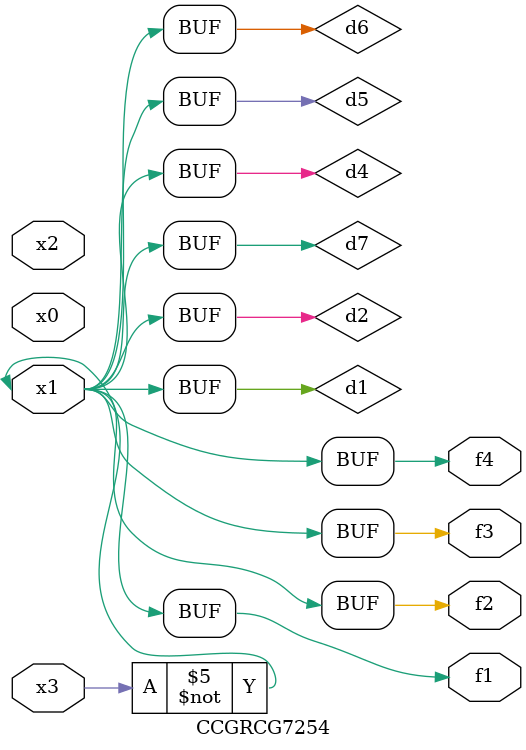
<source format=v>
module CCGRCG7254(
	input x0, x1, x2, x3,
	output f1, f2, f3, f4
);

	wire d1, d2, d3, d4, d5, d6, d7;

	not (d1, x3);
	buf (d2, x1);
	xnor (d3, d1, d2);
	nor (d4, d1);
	buf (d5, d1, d2);
	buf (d6, d4, d5);
	nand (d7, d4);
	assign f1 = d6;
	assign f2 = d7;
	assign f3 = d6;
	assign f4 = d6;
endmodule

</source>
